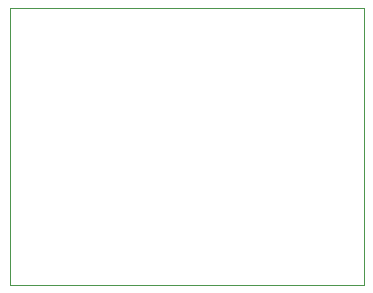
<source format=gbr>
%TF.GenerationSoftware,KiCad,Pcbnew,9.0.0*%
%TF.CreationDate,2025-03-31T12:51:01+01:00*%
%TF.ProjectId,vm_rp2040_brain_0.1,766d5f72-7032-4303-9430-5f627261696e,rev?*%
%TF.SameCoordinates,Original*%
%TF.FileFunction,Other,ECO1*%
%FSLAX45Y45*%
G04 Gerber Fmt 4.5, Leading zero omitted, Abs format (unit mm)*
G04 Created by KiCad (PCBNEW 9.0.0) date 2025-03-31 12:51:01*
%MOMM*%
%LPD*%
G01*
G04 APERTURE LIST*
%ADD10C,0.140000*%
%ADD11C,0.110000*%
%ADD12C,0.150000*%
%ADD13C,0.100000*%
%ADD14C,0.170000*%
%ADD15C,0.120000*%
%ADD16C,0.130000*%
G04 APERTURE END LIST*
D10*
X900000Y1175000D02*
X900000Y1175000D01*
D11*
X-1500000Y-725000D02*
X-1500000Y-725000D01*
D12*
X625000Y1175000D02*
X625000Y1175000D01*
X-1175000Y1175000D02*
X-1175000Y1175000D01*
X475000Y1175000D02*
X475000Y1175000D01*
X300000Y1175000D02*
X300000Y1175000D01*
D13*
X-1500000Y1175000D02*
X1500000Y1175000D01*
X1500000Y-1175000D02*
X-1500000Y-1175000D01*
D12*
X-1075000Y1175000D02*
X-1075000Y1175000D01*
D14*
X750000Y1175000D02*
X750000Y1175000D01*
D15*
X1150000Y1175000D02*
X1150000Y1175000D01*
D12*
X950000Y-1175000D02*
X950000Y-1175000D01*
D13*
X-1500000Y-1175000D02*
X-1500000Y1175000D01*
D12*
X1050000Y-1175000D02*
X1050000Y-1175000D01*
X-100000Y-1175000D02*
X-100000Y-1175000D01*
D13*
X1500000Y1175000D02*
X1500000Y-1175000D01*
D12*
X-1450000Y-1175000D02*
X-1450000Y-1175000D01*
D16*
X-1425000Y1175000D02*
X-1425000Y1175000D01*
D12*
X-975000Y1175000D02*
X-975000Y1175000D01*
X75000Y-1175000D02*
X75000Y-1175000D01*
M02*

</source>
